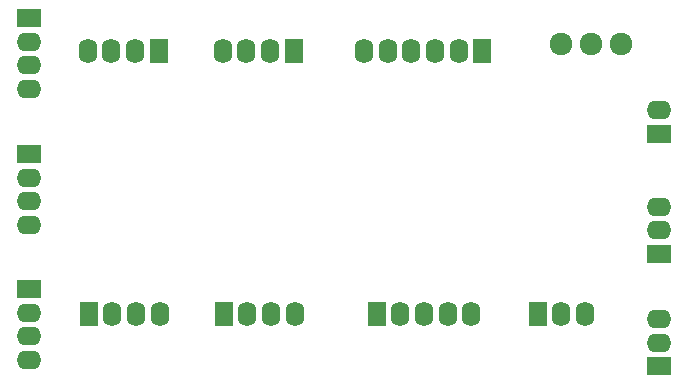
<source format=gbs>
G04 #@! TF.FileFunction,Soldermask,Top*
%FSLAX46Y46*%
G04 Gerber Fmt 4.6, Leading zero omitted, Abs format (unit mm)*
G04 Created by KiCad (PCBNEW 4.0.5) date *
%MOMM*%
%LPD*%
G01*
G04 APERTURE LIST*
%ADD10C,0.100000*%
%ADD11R,2.100000X1.600000*%
%ADD12O,2.100000X1.600000*%
%ADD13R,1.600000X2.100000*%
%ADD14O,1.600000X2.100000*%
%ADD15C,1.924000*%
G04 APERTURE END LIST*
D10*
D11*
X161290000Y-132080000D03*
D12*
X161290000Y-130080000D03*
D11*
X107950000Y-122270000D03*
D12*
X107950000Y-124270000D03*
X107950000Y-126270000D03*
X107950000Y-128270000D03*
D11*
X107950000Y-133795000D03*
D12*
X107950000Y-135795000D03*
X107950000Y-137795000D03*
X107950000Y-139795000D03*
D13*
X118935000Y-125095000D03*
D14*
X116935000Y-125095000D03*
X114935000Y-125095000D03*
X112935000Y-125095000D03*
D13*
X124460000Y-147320000D03*
D14*
X126460000Y-147320000D03*
X128460000Y-147320000D03*
X130460000Y-147320000D03*
D11*
X107950000Y-145225000D03*
D12*
X107950000Y-147225000D03*
X107950000Y-149225000D03*
X107950000Y-151225000D03*
D13*
X113030000Y-147320000D03*
D14*
X115030000Y-147320000D03*
X117030000Y-147320000D03*
X119030000Y-147320000D03*
D13*
X130365000Y-125095000D03*
D14*
X128365000Y-125095000D03*
X126365000Y-125095000D03*
X124365000Y-125095000D03*
D13*
X146335000Y-125095000D03*
D14*
X144335000Y-125095000D03*
X142335000Y-125095000D03*
X140335000Y-125095000D03*
X138335000Y-125095000D03*
X136335000Y-125095000D03*
D11*
X161290000Y-151765000D03*
D12*
X161290000Y-149765000D03*
X161290000Y-147765000D03*
D11*
X161290000Y-142240000D03*
D12*
X161290000Y-140240000D03*
X161290000Y-138240000D03*
D13*
X137415000Y-147320000D03*
D14*
X139415000Y-147320000D03*
X141415000Y-147320000D03*
X143415000Y-147320000D03*
X145415000Y-147320000D03*
D13*
X151035000Y-147320000D03*
D14*
X153035000Y-147320000D03*
X155035000Y-147320000D03*
D15*
X158115000Y-124460000D03*
X155575000Y-124460000D03*
X153035000Y-124460000D03*
M02*

</source>
